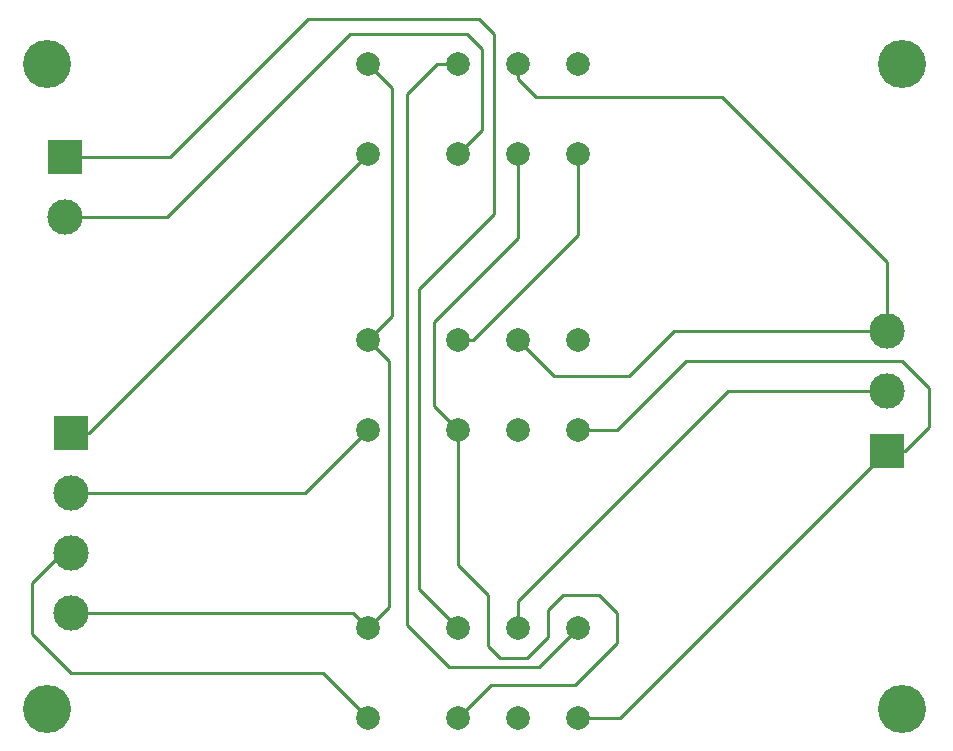
<source format=gbl>
G04 (created by PCBNEW (2013-07-07 BZR 4022)-stable) date 4/17/2015 7:39:26 PM*
%MOIN*%
G04 Gerber Fmt 3.4, Leading zero omitted, Abs format*
%FSLAX34Y34*%
G01*
G70*
G90*
G04 APERTURE LIST*
%ADD10C,0.00590551*%
%ADD11C,0.0787*%
%ADD12R,0.1181X0.1181*%
%ADD13C,0.1181*%
%ADD14C,0.16*%
%ADD15C,0.01*%
G04 APERTURE END LIST*
G54D10*
G54D11*
X60700Y-44500D03*
X63700Y-44500D03*
X65700Y-44500D03*
X67700Y-44500D03*
X67700Y-41500D03*
X65700Y-41500D03*
X63700Y-41500D03*
X60700Y-41500D03*
X60700Y-53700D03*
X63700Y-53700D03*
X65700Y-53700D03*
X67700Y-53700D03*
X67700Y-50700D03*
X65700Y-50700D03*
X63700Y-50700D03*
X60700Y-50700D03*
X60700Y-63300D03*
X63700Y-63300D03*
X65700Y-63300D03*
X67700Y-63300D03*
X67700Y-60300D03*
X65700Y-60300D03*
X63700Y-60300D03*
X60700Y-60300D03*
G54D12*
X78000Y-54400D03*
G54D13*
X78000Y-52400D03*
X78000Y-50400D03*
G54D12*
X50600Y-44600D03*
G54D13*
X50600Y-46600D03*
G54D12*
X50800Y-53800D03*
G54D13*
X50800Y-55800D03*
X50800Y-57800D03*
X50800Y-59800D03*
G54D14*
X78500Y-41500D03*
X78500Y-63000D03*
X50000Y-41500D03*
X50000Y-63000D03*
G54D15*
X67700Y-63300D02*
X69100Y-63300D01*
X69100Y-63300D02*
X78000Y-54400D01*
X67700Y-53700D02*
X69000Y-53700D01*
X78600Y-54400D02*
X78000Y-54400D01*
X79400Y-53600D02*
X78600Y-54400D01*
X79400Y-52300D02*
X79400Y-53600D01*
X78500Y-51400D02*
X79400Y-52300D01*
X71300Y-51400D02*
X78500Y-51400D01*
X69000Y-53700D02*
X71300Y-51400D01*
X60700Y-50700D02*
X61500Y-49900D01*
X61500Y-42300D02*
X60700Y-41500D01*
X61500Y-49900D02*
X61500Y-42300D01*
X60700Y-60300D02*
X61400Y-59600D01*
X61400Y-51400D02*
X60700Y-50700D01*
X61400Y-59600D02*
X61400Y-51400D01*
X50800Y-59800D02*
X60200Y-59800D01*
X60200Y-59800D02*
X60700Y-60300D01*
X50800Y-53800D02*
X51400Y-53800D01*
X51400Y-53800D02*
X60700Y-44500D01*
X50800Y-55800D02*
X58600Y-55800D01*
X58600Y-55800D02*
X60700Y-53700D01*
X50800Y-57800D02*
X50500Y-57800D01*
X59200Y-61800D02*
X60700Y-63300D01*
X50800Y-61800D02*
X59200Y-61800D01*
X49500Y-60500D02*
X50800Y-61800D01*
X49500Y-58800D02*
X49500Y-60500D01*
X50500Y-57800D02*
X49500Y-58800D01*
X50600Y-46600D02*
X54000Y-46600D01*
X64500Y-43700D02*
X63700Y-44500D01*
X64500Y-41000D02*
X64500Y-43700D01*
X64000Y-40500D02*
X64500Y-41000D01*
X60100Y-40500D02*
X64000Y-40500D01*
X54000Y-46600D02*
X60100Y-40500D01*
X50600Y-44600D02*
X54100Y-44600D01*
X62400Y-59000D02*
X63700Y-60300D01*
X62400Y-49000D02*
X62400Y-59000D01*
X64900Y-46500D02*
X62400Y-49000D01*
X64900Y-40500D02*
X64900Y-46500D01*
X64400Y-40000D02*
X64900Y-40500D01*
X58700Y-40000D02*
X64400Y-40000D01*
X54100Y-44600D02*
X58700Y-40000D01*
X65700Y-50700D02*
X66900Y-51900D01*
X70900Y-50400D02*
X78000Y-50400D01*
X69400Y-51900D02*
X70900Y-50400D01*
X66900Y-51900D02*
X69400Y-51900D01*
X65700Y-41500D02*
X65700Y-42000D01*
X78000Y-48100D02*
X78000Y-50400D01*
X72500Y-42600D02*
X78000Y-48100D01*
X66300Y-42600D02*
X72500Y-42600D01*
X65700Y-42000D02*
X66300Y-42600D01*
X65700Y-44500D02*
X65700Y-47300D01*
X62900Y-52900D02*
X63700Y-53700D01*
X62900Y-50100D02*
X62900Y-52900D01*
X65700Y-47300D02*
X62900Y-50100D01*
X63700Y-53700D02*
X63700Y-58200D01*
X64800Y-62200D02*
X63700Y-63300D01*
X67600Y-62200D02*
X64800Y-62200D01*
X69000Y-60800D02*
X67600Y-62200D01*
X69000Y-59800D02*
X69000Y-60800D01*
X68400Y-59200D02*
X69000Y-59800D01*
X67200Y-59200D02*
X68400Y-59200D01*
X66700Y-59700D02*
X67200Y-59200D01*
X66700Y-60600D02*
X66700Y-59700D01*
X66000Y-61300D02*
X66700Y-60600D01*
X65100Y-61300D02*
X66000Y-61300D01*
X64700Y-60900D02*
X65100Y-61300D01*
X64700Y-59200D02*
X64700Y-60900D01*
X63700Y-58200D02*
X64700Y-59200D01*
X63700Y-50700D02*
X64200Y-50700D01*
X67700Y-47200D02*
X67700Y-44500D01*
X64200Y-50700D02*
X67700Y-47200D01*
X63700Y-41500D02*
X63000Y-41500D01*
X66400Y-61600D02*
X67700Y-60300D01*
X63400Y-61600D02*
X66400Y-61600D01*
X62000Y-60200D02*
X63400Y-61600D01*
X62000Y-42500D02*
X62000Y-60200D01*
X63000Y-41500D02*
X62000Y-42500D01*
X65700Y-60300D02*
X65700Y-59400D01*
X72700Y-52400D02*
X78000Y-52400D01*
X65700Y-59400D02*
X72700Y-52400D01*
M02*

</source>
